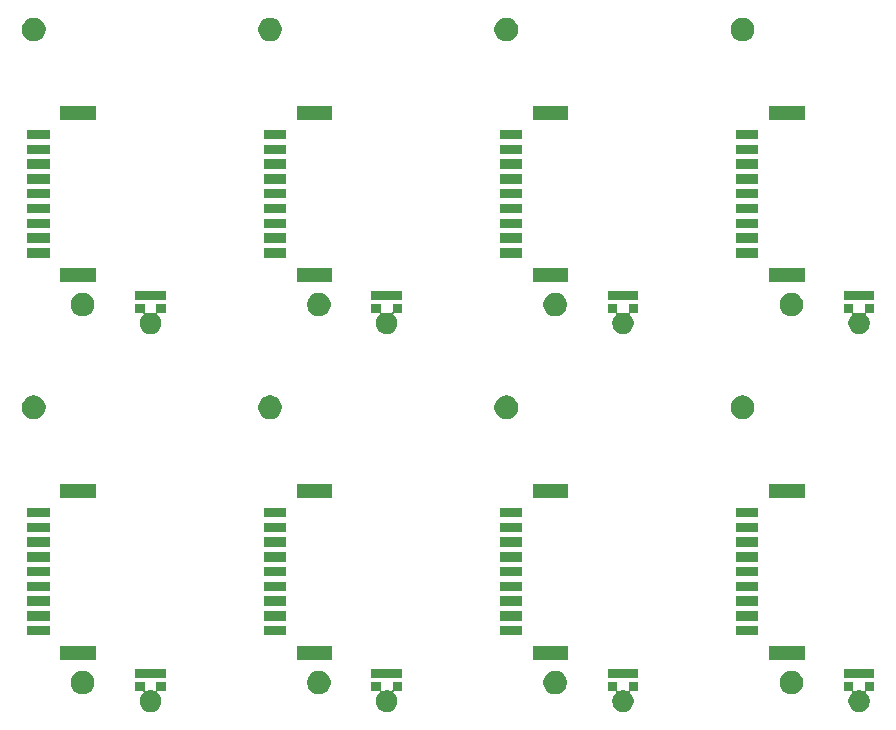
<source format=gbr>
G04 #@! TF.GenerationSoftware,KiCad,Pcbnew,(5.1.0-rc1-113-g51cc783e7)*
G04 #@! TF.CreationDate,2019-03-14T17:18:50-04:00
G04 #@! TF.ProjectId,fk-naturalist-sensors,666b2d6e-6174-4757-9261-6c6973742d73,rev?*
G04 #@! TF.SameCoordinates,Original*
G04 #@! TF.FileFunction,Soldermask,Bot*
G04 #@! TF.FilePolarity,Negative*
%FSLAX46Y46*%
G04 Gerber Fmt 4.6, Leading zero omitted, Abs format (unit mm)*
G04 Created by KiCad (PCBNEW (5.1.0-rc1-113-g51cc783e7)) date 2019-03-14 17:18:50*
%MOMM*%
%LPD*%
G04 APERTURE LIST*
%ADD10C,0.100000*%
G04 APERTURE END LIST*
D10*
G36*
X41020234Y-87521003D02*
G01*
X41022636Y-87545389D01*
X41029749Y-87568838D01*
X41041300Y-87590449D01*
X41056845Y-87609391D01*
X41075787Y-87624936D01*
X41097398Y-87636487D01*
X41120847Y-87643600D01*
X41145233Y-87646002D01*
X41169619Y-87643600D01*
X41193068Y-87636487D01*
X41254213Y-87611160D01*
X41430408Y-87576113D01*
X41610060Y-87576113D01*
X41786255Y-87611160D01*
X41847400Y-87636487D01*
X41870849Y-87643600D01*
X41895236Y-87646002D01*
X41919622Y-87643600D01*
X41943071Y-87636487D01*
X41964681Y-87624936D01*
X41983623Y-87609390D01*
X41999168Y-87590448D01*
X42010719Y-87568838D01*
X42017832Y-87545389D01*
X42020234Y-87521003D01*
X42020234Y-86875113D01*
X42820234Y-86875113D01*
X42820234Y-87597113D01*
X42220772Y-87597113D01*
X42196386Y-87599515D01*
X42172937Y-87606628D01*
X42151326Y-87618179D01*
X42132384Y-87633724D01*
X42116839Y-87652666D01*
X42105288Y-87674277D01*
X42098175Y-87697726D01*
X42095773Y-87722112D01*
X42098175Y-87746498D01*
X42105288Y-87769947D01*
X42116839Y-87791558D01*
X42132384Y-87810500D01*
X42228631Y-87906747D01*
X42328438Y-88056119D01*
X42397187Y-88222092D01*
X42432234Y-88398289D01*
X42432234Y-88577937D01*
X42397187Y-88754134D01*
X42328438Y-88920107D01*
X42228631Y-89069479D01*
X42101600Y-89196510D01*
X41952228Y-89296317D01*
X41786255Y-89365066D01*
X41727523Y-89376748D01*
X41610060Y-89400113D01*
X41430408Y-89400113D01*
X41312945Y-89376748D01*
X41254213Y-89365066D01*
X41088240Y-89296317D01*
X40938868Y-89196510D01*
X40811837Y-89069479D01*
X40712030Y-88920107D01*
X40643281Y-88754134D01*
X40608234Y-88577937D01*
X40608234Y-88398289D01*
X40643281Y-88222092D01*
X40712030Y-88056119D01*
X40811837Y-87906747D01*
X40908084Y-87810500D01*
X40923629Y-87791558D01*
X40935180Y-87769947D01*
X40942293Y-87746498D01*
X40944695Y-87722112D01*
X40942293Y-87697726D01*
X40935180Y-87674277D01*
X40923629Y-87652666D01*
X40908084Y-87633724D01*
X40889142Y-87618179D01*
X40867531Y-87606628D01*
X40844082Y-87599515D01*
X40819696Y-87597113D01*
X40220234Y-87597113D01*
X40220234Y-86875113D01*
X41020234Y-86875113D01*
X41020234Y-87521003D01*
X41020234Y-87521003D01*
G37*
G36*
X101020234Y-87521003D02*
G01*
X101022636Y-87545389D01*
X101029749Y-87568838D01*
X101041300Y-87590449D01*
X101056845Y-87609391D01*
X101075787Y-87624936D01*
X101097398Y-87636487D01*
X101120847Y-87643600D01*
X101145233Y-87646002D01*
X101169619Y-87643600D01*
X101193068Y-87636487D01*
X101254213Y-87611160D01*
X101430408Y-87576113D01*
X101610060Y-87576113D01*
X101786255Y-87611160D01*
X101847400Y-87636487D01*
X101870849Y-87643600D01*
X101895236Y-87646002D01*
X101919622Y-87643600D01*
X101943071Y-87636487D01*
X101964681Y-87624936D01*
X101983623Y-87609390D01*
X101999168Y-87590448D01*
X102010719Y-87568838D01*
X102017832Y-87545389D01*
X102020234Y-87521003D01*
X102020234Y-86875113D01*
X102820234Y-86875113D01*
X102820234Y-87597113D01*
X102220772Y-87597113D01*
X102196386Y-87599515D01*
X102172937Y-87606628D01*
X102151326Y-87618179D01*
X102132384Y-87633724D01*
X102116839Y-87652666D01*
X102105288Y-87674277D01*
X102098175Y-87697726D01*
X102095773Y-87722112D01*
X102098175Y-87746498D01*
X102105288Y-87769947D01*
X102116839Y-87791558D01*
X102132384Y-87810500D01*
X102228631Y-87906747D01*
X102328438Y-88056119D01*
X102397187Y-88222092D01*
X102432234Y-88398289D01*
X102432234Y-88577937D01*
X102397187Y-88754134D01*
X102328438Y-88920107D01*
X102228631Y-89069479D01*
X102101600Y-89196510D01*
X101952228Y-89296317D01*
X101786255Y-89365066D01*
X101727523Y-89376748D01*
X101610060Y-89400113D01*
X101430408Y-89400113D01*
X101312945Y-89376748D01*
X101254213Y-89365066D01*
X101088240Y-89296317D01*
X100938868Y-89196510D01*
X100811837Y-89069479D01*
X100712030Y-88920107D01*
X100643281Y-88754134D01*
X100608234Y-88577937D01*
X100608234Y-88398289D01*
X100643281Y-88222092D01*
X100712030Y-88056119D01*
X100811837Y-87906747D01*
X100908084Y-87810500D01*
X100923629Y-87791558D01*
X100935180Y-87769947D01*
X100942293Y-87746498D01*
X100944695Y-87722112D01*
X100942293Y-87697726D01*
X100935180Y-87674277D01*
X100923629Y-87652666D01*
X100908084Y-87633724D01*
X100889142Y-87618179D01*
X100867531Y-87606628D01*
X100844082Y-87599515D01*
X100819696Y-87597113D01*
X100220234Y-87597113D01*
X100220234Y-86875113D01*
X101020234Y-86875113D01*
X101020234Y-87521003D01*
X101020234Y-87521003D01*
G37*
G36*
X81020234Y-87521003D02*
G01*
X81022636Y-87545389D01*
X81029749Y-87568838D01*
X81041300Y-87590449D01*
X81056845Y-87609391D01*
X81075787Y-87624936D01*
X81097398Y-87636487D01*
X81120847Y-87643600D01*
X81145233Y-87646002D01*
X81169619Y-87643600D01*
X81193068Y-87636487D01*
X81254213Y-87611160D01*
X81430408Y-87576113D01*
X81610060Y-87576113D01*
X81786255Y-87611160D01*
X81847400Y-87636487D01*
X81870849Y-87643600D01*
X81895236Y-87646002D01*
X81919622Y-87643600D01*
X81943071Y-87636487D01*
X81964681Y-87624936D01*
X81983623Y-87609390D01*
X81999168Y-87590448D01*
X82010719Y-87568838D01*
X82017832Y-87545389D01*
X82020234Y-87521003D01*
X82020234Y-86875113D01*
X82820234Y-86875113D01*
X82820234Y-87597113D01*
X82220772Y-87597113D01*
X82196386Y-87599515D01*
X82172937Y-87606628D01*
X82151326Y-87618179D01*
X82132384Y-87633724D01*
X82116839Y-87652666D01*
X82105288Y-87674277D01*
X82098175Y-87697726D01*
X82095773Y-87722112D01*
X82098175Y-87746498D01*
X82105288Y-87769947D01*
X82116839Y-87791558D01*
X82132384Y-87810500D01*
X82228631Y-87906747D01*
X82328438Y-88056119D01*
X82397187Y-88222092D01*
X82432234Y-88398289D01*
X82432234Y-88577937D01*
X82397187Y-88754134D01*
X82328438Y-88920107D01*
X82228631Y-89069479D01*
X82101600Y-89196510D01*
X81952228Y-89296317D01*
X81786255Y-89365066D01*
X81727523Y-89376748D01*
X81610060Y-89400113D01*
X81430408Y-89400113D01*
X81312945Y-89376748D01*
X81254213Y-89365066D01*
X81088240Y-89296317D01*
X80938868Y-89196510D01*
X80811837Y-89069479D01*
X80712030Y-88920107D01*
X80643281Y-88754134D01*
X80608234Y-88577937D01*
X80608234Y-88398289D01*
X80643281Y-88222092D01*
X80712030Y-88056119D01*
X80811837Y-87906747D01*
X80908084Y-87810500D01*
X80923629Y-87791558D01*
X80935180Y-87769947D01*
X80942293Y-87746498D01*
X80944695Y-87722112D01*
X80942293Y-87697726D01*
X80935180Y-87674277D01*
X80923629Y-87652666D01*
X80908084Y-87633724D01*
X80889142Y-87618179D01*
X80867531Y-87606628D01*
X80844082Y-87599515D01*
X80819696Y-87597113D01*
X80220234Y-87597113D01*
X80220234Y-86875113D01*
X81020234Y-86875113D01*
X81020234Y-87521003D01*
X81020234Y-87521003D01*
G37*
G36*
X61020234Y-87521003D02*
G01*
X61022636Y-87545389D01*
X61029749Y-87568838D01*
X61041300Y-87590449D01*
X61056845Y-87609391D01*
X61075787Y-87624936D01*
X61097398Y-87636487D01*
X61120847Y-87643600D01*
X61145233Y-87646002D01*
X61169619Y-87643600D01*
X61193068Y-87636487D01*
X61254213Y-87611160D01*
X61430408Y-87576113D01*
X61610060Y-87576113D01*
X61786255Y-87611160D01*
X61847400Y-87636487D01*
X61870849Y-87643600D01*
X61895236Y-87646002D01*
X61919622Y-87643600D01*
X61943071Y-87636487D01*
X61964681Y-87624936D01*
X61983623Y-87609390D01*
X61999168Y-87590448D01*
X62010719Y-87568838D01*
X62017832Y-87545389D01*
X62020234Y-87521003D01*
X62020234Y-86875113D01*
X62820234Y-86875113D01*
X62820234Y-87597113D01*
X62220772Y-87597113D01*
X62196386Y-87599515D01*
X62172937Y-87606628D01*
X62151326Y-87618179D01*
X62132384Y-87633724D01*
X62116839Y-87652666D01*
X62105288Y-87674277D01*
X62098175Y-87697726D01*
X62095773Y-87722112D01*
X62098175Y-87746498D01*
X62105288Y-87769947D01*
X62116839Y-87791558D01*
X62132384Y-87810500D01*
X62228631Y-87906747D01*
X62328438Y-88056119D01*
X62397187Y-88222092D01*
X62432234Y-88398289D01*
X62432234Y-88577937D01*
X62397187Y-88754134D01*
X62328438Y-88920107D01*
X62228631Y-89069479D01*
X62101600Y-89196510D01*
X61952228Y-89296317D01*
X61786255Y-89365066D01*
X61727523Y-89376748D01*
X61610060Y-89400113D01*
X61430408Y-89400113D01*
X61312945Y-89376748D01*
X61254213Y-89365066D01*
X61088240Y-89296317D01*
X60938868Y-89196510D01*
X60811837Y-89069479D01*
X60712030Y-88920107D01*
X60643281Y-88754134D01*
X60608234Y-88577937D01*
X60608234Y-88398289D01*
X60643281Y-88222092D01*
X60712030Y-88056119D01*
X60811837Y-87906747D01*
X60908084Y-87810500D01*
X60923629Y-87791558D01*
X60935180Y-87769947D01*
X60942293Y-87746498D01*
X60944695Y-87722112D01*
X60942293Y-87697726D01*
X60935180Y-87674277D01*
X60923629Y-87652666D01*
X60908084Y-87633724D01*
X60889142Y-87618179D01*
X60867531Y-87606628D01*
X60844082Y-87599515D01*
X60819696Y-87597113D01*
X60220234Y-87597113D01*
X60220234Y-86875113D01*
X61020234Y-86875113D01*
X61020234Y-87521003D01*
X61020234Y-87521003D01*
G37*
G36*
X96007890Y-85917419D02*
G01*
X96072289Y-85930229D01*
X96254278Y-86005611D01*
X96418063Y-86115049D01*
X96557351Y-86254337D01*
X96666789Y-86418122D01*
X96742171Y-86600111D01*
X96780600Y-86793309D01*
X96780600Y-86990291D01*
X96742171Y-87183489D01*
X96666789Y-87365478D01*
X96557351Y-87529263D01*
X96418063Y-87668551D01*
X96254278Y-87777989D01*
X96072289Y-87853371D01*
X96007890Y-87866181D01*
X95879093Y-87891800D01*
X95682107Y-87891800D01*
X95553310Y-87866181D01*
X95488911Y-87853371D01*
X95306922Y-87777989D01*
X95143137Y-87668551D01*
X95003849Y-87529263D01*
X94894411Y-87365478D01*
X94819029Y-87183489D01*
X94780600Y-86990291D01*
X94780600Y-86793309D01*
X94819029Y-86600111D01*
X94894411Y-86418122D01*
X95003849Y-86254337D01*
X95143137Y-86115049D01*
X95306922Y-86005611D01*
X95488911Y-85930229D01*
X95553310Y-85917419D01*
X95682107Y-85891800D01*
X95879093Y-85891800D01*
X96007890Y-85917419D01*
X96007890Y-85917419D01*
G37*
G36*
X76007890Y-85917419D02*
G01*
X76072289Y-85930229D01*
X76254278Y-86005611D01*
X76418063Y-86115049D01*
X76557351Y-86254337D01*
X76666789Y-86418122D01*
X76742171Y-86600111D01*
X76780600Y-86793309D01*
X76780600Y-86990291D01*
X76742171Y-87183489D01*
X76666789Y-87365478D01*
X76557351Y-87529263D01*
X76418063Y-87668551D01*
X76254278Y-87777989D01*
X76072289Y-87853371D01*
X76007890Y-87866181D01*
X75879093Y-87891800D01*
X75682107Y-87891800D01*
X75553310Y-87866181D01*
X75488911Y-87853371D01*
X75306922Y-87777989D01*
X75143137Y-87668551D01*
X75003849Y-87529263D01*
X74894411Y-87365478D01*
X74819029Y-87183489D01*
X74780600Y-86990291D01*
X74780600Y-86793309D01*
X74819029Y-86600111D01*
X74894411Y-86418122D01*
X75003849Y-86254337D01*
X75143137Y-86115049D01*
X75306922Y-86005611D01*
X75488911Y-85930229D01*
X75553310Y-85917419D01*
X75682107Y-85891800D01*
X75879093Y-85891800D01*
X76007890Y-85917419D01*
X76007890Y-85917419D01*
G37*
G36*
X56007890Y-85917419D02*
G01*
X56072289Y-85930229D01*
X56254278Y-86005611D01*
X56418063Y-86115049D01*
X56557351Y-86254337D01*
X56666789Y-86418122D01*
X56742171Y-86600111D01*
X56780600Y-86793309D01*
X56780600Y-86990291D01*
X56742171Y-87183489D01*
X56666789Y-87365478D01*
X56557351Y-87529263D01*
X56418063Y-87668551D01*
X56254278Y-87777989D01*
X56072289Y-87853371D01*
X56007890Y-87866181D01*
X55879093Y-87891800D01*
X55682107Y-87891800D01*
X55553310Y-87866181D01*
X55488911Y-87853371D01*
X55306922Y-87777989D01*
X55143137Y-87668551D01*
X55003849Y-87529263D01*
X54894411Y-87365478D01*
X54819029Y-87183489D01*
X54780600Y-86990291D01*
X54780600Y-86793309D01*
X54819029Y-86600111D01*
X54894411Y-86418122D01*
X55003849Y-86254337D01*
X55143137Y-86115049D01*
X55306922Y-86005611D01*
X55488911Y-85930229D01*
X55553310Y-85917419D01*
X55682107Y-85891800D01*
X55879093Y-85891800D01*
X56007890Y-85917419D01*
X56007890Y-85917419D01*
G37*
G36*
X36007890Y-85917419D02*
G01*
X36072289Y-85930229D01*
X36254278Y-86005611D01*
X36418063Y-86115049D01*
X36557351Y-86254337D01*
X36666789Y-86418122D01*
X36742171Y-86600111D01*
X36780600Y-86793309D01*
X36780600Y-86990291D01*
X36742171Y-87183489D01*
X36666789Y-87365478D01*
X36557351Y-87529263D01*
X36418063Y-87668551D01*
X36254278Y-87777989D01*
X36072289Y-87853371D01*
X36007890Y-87866181D01*
X35879093Y-87891800D01*
X35682107Y-87891800D01*
X35553310Y-87866181D01*
X35488911Y-87853371D01*
X35306922Y-87777989D01*
X35143137Y-87668551D01*
X35003849Y-87529263D01*
X34894411Y-87365478D01*
X34819029Y-87183489D01*
X34780600Y-86990291D01*
X34780600Y-86793309D01*
X34819029Y-86600111D01*
X34894411Y-86418122D01*
X35003849Y-86254337D01*
X35143137Y-86115049D01*
X35306922Y-86005611D01*
X35488911Y-85930229D01*
X35553310Y-85917419D01*
X35682107Y-85891800D01*
X35879093Y-85891800D01*
X36007890Y-85917419D01*
X36007890Y-85917419D01*
G37*
G36*
X82820234Y-86514113D02*
G01*
X80220234Y-86514113D01*
X80220234Y-85792113D01*
X82820234Y-85792113D01*
X82820234Y-86514113D01*
X82820234Y-86514113D01*
G37*
G36*
X42820234Y-86514113D02*
G01*
X40220234Y-86514113D01*
X40220234Y-85792113D01*
X42820234Y-85792113D01*
X42820234Y-86514113D01*
X42820234Y-86514113D01*
G37*
G36*
X62820234Y-86514113D02*
G01*
X60220234Y-86514113D01*
X60220234Y-85792113D01*
X62820234Y-85792113D01*
X62820234Y-86514113D01*
X62820234Y-86514113D01*
G37*
G36*
X102820234Y-86514113D02*
G01*
X100220234Y-86514113D01*
X100220234Y-85792113D01*
X102820234Y-85792113D01*
X102820234Y-86514113D01*
X102820234Y-86514113D01*
G37*
G36*
X36900000Y-84969200D02*
G01*
X33900000Y-84969200D01*
X33900000Y-83769200D01*
X36900000Y-83769200D01*
X36900000Y-84969200D01*
X36900000Y-84969200D01*
G37*
G36*
X56900000Y-84969200D02*
G01*
X53900000Y-84969200D01*
X53900000Y-83769200D01*
X56900000Y-83769200D01*
X56900000Y-84969200D01*
X56900000Y-84969200D01*
G37*
G36*
X76900000Y-84969200D02*
G01*
X73900000Y-84969200D01*
X73900000Y-83769200D01*
X76900000Y-83769200D01*
X76900000Y-84969200D01*
X76900000Y-84969200D01*
G37*
G36*
X96900000Y-84969200D02*
G01*
X93900000Y-84969200D01*
X93900000Y-83769200D01*
X96900000Y-83769200D01*
X96900000Y-84969200D01*
X96900000Y-84969200D01*
G37*
G36*
X53000000Y-82919200D02*
G01*
X51100000Y-82919200D01*
X51100000Y-82119200D01*
X53000000Y-82119200D01*
X53000000Y-82919200D01*
X53000000Y-82919200D01*
G37*
G36*
X93000000Y-82919200D02*
G01*
X91100000Y-82919200D01*
X91100000Y-82119200D01*
X93000000Y-82119200D01*
X93000000Y-82919200D01*
X93000000Y-82919200D01*
G37*
G36*
X73000000Y-82919200D02*
G01*
X71100000Y-82919200D01*
X71100000Y-82119200D01*
X73000000Y-82119200D01*
X73000000Y-82919200D01*
X73000000Y-82919200D01*
G37*
G36*
X33000000Y-82919200D02*
G01*
X31100000Y-82919200D01*
X31100000Y-82119200D01*
X33000000Y-82119200D01*
X33000000Y-82919200D01*
X33000000Y-82919200D01*
G37*
G36*
X33000000Y-81669200D02*
G01*
X31100000Y-81669200D01*
X31100000Y-80869200D01*
X33000000Y-80869200D01*
X33000000Y-81669200D01*
X33000000Y-81669200D01*
G37*
G36*
X93000000Y-81669200D02*
G01*
X91100000Y-81669200D01*
X91100000Y-80869200D01*
X93000000Y-80869200D01*
X93000000Y-81669200D01*
X93000000Y-81669200D01*
G37*
G36*
X73000000Y-81669200D02*
G01*
X71100000Y-81669200D01*
X71100000Y-80869200D01*
X73000000Y-80869200D01*
X73000000Y-81669200D01*
X73000000Y-81669200D01*
G37*
G36*
X53000000Y-81669200D02*
G01*
X51100000Y-81669200D01*
X51100000Y-80869200D01*
X53000000Y-80869200D01*
X53000000Y-81669200D01*
X53000000Y-81669200D01*
G37*
G36*
X93000000Y-80419200D02*
G01*
X91100000Y-80419200D01*
X91100000Y-79619200D01*
X93000000Y-79619200D01*
X93000000Y-80419200D01*
X93000000Y-80419200D01*
G37*
G36*
X33000000Y-80419200D02*
G01*
X31100000Y-80419200D01*
X31100000Y-79619200D01*
X33000000Y-79619200D01*
X33000000Y-80419200D01*
X33000000Y-80419200D01*
G37*
G36*
X73000000Y-80419200D02*
G01*
X71100000Y-80419200D01*
X71100000Y-79619200D01*
X73000000Y-79619200D01*
X73000000Y-80419200D01*
X73000000Y-80419200D01*
G37*
G36*
X53000000Y-80419200D02*
G01*
X51100000Y-80419200D01*
X51100000Y-79619200D01*
X53000000Y-79619200D01*
X53000000Y-80419200D01*
X53000000Y-80419200D01*
G37*
G36*
X73000000Y-79169200D02*
G01*
X71100000Y-79169200D01*
X71100000Y-78369200D01*
X73000000Y-78369200D01*
X73000000Y-79169200D01*
X73000000Y-79169200D01*
G37*
G36*
X33000000Y-79169200D02*
G01*
X31100000Y-79169200D01*
X31100000Y-78369200D01*
X33000000Y-78369200D01*
X33000000Y-79169200D01*
X33000000Y-79169200D01*
G37*
G36*
X53000000Y-79169200D02*
G01*
X51100000Y-79169200D01*
X51100000Y-78369200D01*
X53000000Y-78369200D01*
X53000000Y-79169200D01*
X53000000Y-79169200D01*
G37*
G36*
X93000000Y-79169200D02*
G01*
X91100000Y-79169200D01*
X91100000Y-78369200D01*
X93000000Y-78369200D01*
X93000000Y-79169200D01*
X93000000Y-79169200D01*
G37*
G36*
X73000000Y-77919200D02*
G01*
X71100000Y-77919200D01*
X71100000Y-77119200D01*
X73000000Y-77119200D01*
X73000000Y-77919200D01*
X73000000Y-77919200D01*
G37*
G36*
X33000000Y-77919200D02*
G01*
X31100000Y-77919200D01*
X31100000Y-77119200D01*
X33000000Y-77119200D01*
X33000000Y-77919200D01*
X33000000Y-77919200D01*
G37*
G36*
X53000000Y-77919200D02*
G01*
X51100000Y-77919200D01*
X51100000Y-77119200D01*
X53000000Y-77119200D01*
X53000000Y-77919200D01*
X53000000Y-77919200D01*
G37*
G36*
X93000000Y-77919200D02*
G01*
X91100000Y-77919200D01*
X91100000Y-77119200D01*
X93000000Y-77119200D01*
X93000000Y-77919200D01*
X93000000Y-77919200D01*
G37*
G36*
X73000000Y-76669200D02*
G01*
X71100000Y-76669200D01*
X71100000Y-75869200D01*
X73000000Y-75869200D01*
X73000000Y-76669200D01*
X73000000Y-76669200D01*
G37*
G36*
X53000000Y-76669200D02*
G01*
X51100000Y-76669200D01*
X51100000Y-75869200D01*
X53000000Y-75869200D01*
X53000000Y-76669200D01*
X53000000Y-76669200D01*
G37*
G36*
X33000000Y-76669200D02*
G01*
X31100000Y-76669200D01*
X31100000Y-75869200D01*
X33000000Y-75869200D01*
X33000000Y-76669200D01*
X33000000Y-76669200D01*
G37*
G36*
X93000000Y-76669200D02*
G01*
X91100000Y-76669200D01*
X91100000Y-75869200D01*
X93000000Y-75869200D01*
X93000000Y-76669200D01*
X93000000Y-76669200D01*
G37*
G36*
X93000000Y-75419200D02*
G01*
X91100000Y-75419200D01*
X91100000Y-74619200D01*
X93000000Y-74619200D01*
X93000000Y-75419200D01*
X93000000Y-75419200D01*
G37*
G36*
X73000000Y-75419200D02*
G01*
X71100000Y-75419200D01*
X71100000Y-74619200D01*
X73000000Y-74619200D01*
X73000000Y-75419200D01*
X73000000Y-75419200D01*
G37*
G36*
X53000000Y-75419200D02*
G01*
X51100000Y-75419200D01*
X51100000Y-74619200D01*
X53000000Y-74619200D01*
X53000000Y-75419200D01*
X53000000Y-75419200D01*
G37*
G36*
X33000000Y-75419200D02*
G01*
X31100000Y-75419200D01*
X31100000Y-74619200D01*
X33000000Y-74619200D01*
X33000000Y-75419200D01*
X33000000Y-75419200D01*
G37*
G36*
X93000000Y-74169200D02*
G01*
X91100000Y-74169200D01*
X91100000Y-73369200D01*
X93000000Y-73369200D01*
X93000000Y-74169200D01*
X93000000Y-74169200D01*
G37*
G36*
X73000000Y-74169200D02*
G01*
X71100000Y-74169200D01*
X71100000Y-73369200D01*
X73000000Y-73369200D01*
X73000000Y-74169200D01*
X73000000Y-74169200D01*
G37*
G36*
X53000000Y-74169200D02*
G01*
X51100000Y-74169200D01*
X51100000Y-73369200D01*
X53000000Y-73369200D01*
X53000000Y-74169200D01*
X53000000Y-74169200D01*
G37*
G36*
X33000000Y-74169200D02*
G01*
X31100000Y-74169200D01*
X31100000Y-73369200D01*
X33000000Y-73369200D01*
X33000000Y-74169200D01*
X33000000Y-74169200D01*
G37*
G36*
X73000000Y-72919200D02*
G01*
X71100000Y-72919200D01*
X71100000Y-72119200D01*
X73000000Y-72119200D01*
X73000000Y-72919200D01*
X73000000Y-72919200D01*
G37*
G36*
X33000000Y-72919200D02*
G01*
X31100000Y-72919200D01*
X31100000Y-72119200D01*
X33000000Y-72119200D01*
X33000000Y-72919200D01*
X33000000Y-72919200D01*
G37*
G36*
X53000000Y-72919200D02*
G01*
X51100000Y-72919200D01*
X51100000Y-72119200D01*
X53000000Y-72119200D01*
X53000000Y-72919200D01*
X53000000Y-72919200D01*
G37*
G36*
X93000000Y-72919200D02*
G01*
X91100000Y-72919200D01*
X91100000Y-72119200D01*
X93000000Y-72119200D01*
X93000000Y-72919200D01*
X93000000Y-72919200D01*
G37*
G36*
X76900000Y-71269200D02*
G01*
X73900000Y-71269200D01*
X73900000Y-70069200D01*
X76900000Y-70069200D01*
X76900000Y-71269200D01*
X76900000Y-71269200D01*
G37*
G36*
X56900000Y-71269200D02*
G01*
X53900000Y-71269200D01*
X53900000Y-70069200D01*
X56900000Y-70069200D01*
X56900000Y-71269200D01*
X56900000Y-71269200D01*
G37*
G36*
X96900000Y-71269200D02*
G01*
X93900000Y-71269200D01*
X93900000Y-70069200D01*
X96900000Y-70069200D01*
X96900000Y-71269200D01*
X96900000Y-71269200D01*
G37*
G36*
X36900000Y-71269200D02*
G01*
X33900000Y-71269200D01*
X33900000Y-70069200D01*
X36900000Y-70069200D01*
X36900000Y-71269200D01*
X36900000Y-71269200D01*
G37*
G36*
X91867690Y-62625619D02*
G01*
X91932089Y-62638429D01*
X92114078Y-62713811D01*
X92277863Y-62823249D01*
X92417151Y-62962537D01*
X92526589Y-63126322D01*
X92601971Y-63308311D01*
X92640400Y-63501509D01*
X92640400Y-63698491D01*
X92601971Y-63891689D01*
X92526589Y-64073678D01*
X92417151Y-64237463D01*
X92277863Y-64376751D01*
X92114078Y-64486189D01*
X91932089Y-64561571D01*
X91867690Y-64574381D01*
X91738893Y-64600000D01*
X91541907Y-64600000D01*
X91413110Y-64574381D01*
X91348711Y-64561571D01*
X91166722Y-64486189D01*
X91002937Y-64376751D01*
X90863649Y-64237463D01*
X90754211Y-64073678D01*
X90678829Y-63891689D01*
X90640400Y-63698491D01*
X90640400Y-63501509D01*
X90678829Y-63308311D01*
X90754211Y-63126322D01*
X90863649Y-62962537D01*
X91002937Y-62823249D01*
X91166722Y-62713811D01*
X91348711Y-62638429D01*
X91413110Y-62625619D01*
X91541907Y-62600000D01*
X91738893Y-62600000D01*
X91867690Y-62625619D01*
X91867690Y-62625619D01*
G37*
G36*
X71867690Y-62625619D02*
G01*
X71932089Y-62638429D01*
X72114078Y-62713811D01*
X72277863Y-62823249D01*
X72417151Y-62962537D01*
X72526589Y-63126322D01*
X72601971Y-63308311D01*
X72640400Y-63501509D01*
X72640400Y-63698491D01*
X72601971Y-63891689D01*
X72526589Y-64073678D01*
X72417151Y-64237463D01*
X72277863Y-64376751D01*
X72114078Y-64486189D01*
X71932089Y-64561571D01*
X71867690Y-64574381D01*
X71738893Y-64600000D01*
X71541907Y-64600000D01*
X71413110Y-64574381D01*
X71348711Y-64561571D01*
X71166722Y-64486189D01*
X71002937Y-64376751D01*
X70863649Y-64237463D01*
X70754211Y-64073678D01*
X70678829Y-63891689D01*
X70640400Y-63698491D01*
X70640400Y-63501509D01*
X70678829Y-63308311D01*
X70754211Y-63126322D01*
X70863649Y-62962537D01*
X71002937Y-62823249D01*
X71166722Y-62713811D01*
X71348711Y-62638429D01*
X71413110Y-62625619D01*
X71541907Y-62600000D01*
X71738893Y-62600000D01*
X71867690Y-62625619D01*
X71867690Y-62625619D01*
G37*
G36*
X51867690Y-62625619D02*
G01*
X51932089Y-62638429D01*
X52114078Y-62713811D01*
X52277863Y-62823249D01*
X52417151Y-62962537D01*
X52526589Y-63126322D01*
X52601971Y-63308311D01*
X52640400Y-63501509D01*
X52640400Y-63698491D01*
X52601971Y-63891689D01*
X52526589Y-64073678D01*
X52417151Y-64237463D01*
X52277863Y-64376751D01*
X52114078Y-64486189D01*
X51932089Y-64561571D01*
X51867690Y-64574381D01*
X51738893Y-64600000D01*
X51541907Y-64600000D01*
X51413110Y-64574381D01*
X51348711Y-64561571D01*
X51166722Y-64486189D01*
X51002937Y-64376751D01*
X50863649Y-64237463D01*
X50754211Y-64073678D01*
X50678829Y-63891689D01*
X50640400Y-63698491D01*
X50640400Y-63501509D01*
X50678829Y-63308311D01*
X50754211Y-63126322D01*
X50863649Y-62962537D01*
X51002937Y-62823249D01*
X51166722Y-62713811D01*
X51348711Y-62638429D01*
X51413110Y-62625619D01*
X51541907Y-62600000D01*
X51738893Y-62600000D01*
X51867690Y-62625619D01*
X51867690Y-62625619D01*
G37*
G36*
X31867690Y-62625619D02*
G01*
X31932089Y-62638429D01*
X32114078Y-62713811D01*
X32277863Y-62823249D01*
X32417151Y-62962537D01*
X32526589Y-63126322D01*
X32601971Y-63308311D01*
X32640400Y-63501509D01*
X32640400Y-63698491D01*
X32601971Y-63891689D01*
X32526589Y-64073678D01*
X32417151Y-64237463D01*
X32277863Y-64376751D01*
X32114078Y-64486189D01*
X31932089Y-64561571D01*
X31867690Y-64574381D01*
X31738893Y-64600000D01*
X31541907Y-64600000D01*
X31413110Y-64574381D01*
X31348711Y-64561571D01*
X31166722Y-64486189D01*
X31002937Y-64376751D01*
X30863649Y-64237463D01*
X30754211Y-64073678D01*
X30678829Y-63891689D01*
X30640400Y-63698491D01*
X30640400Y-63501509D01*
X30678829Y-63308311D01*
X30754211Y-63126322D01*
X30863649Y-62962537D01*
X31002937Y-62823249D01*
X31166722Y-62713811D01*
X31348711Y-62638429D01*
X31413110Y-62625619D01*
X31541907Y-62600000D01*
X31738893Y-62600000D01*
X31867690Y-62625619D01*
X31867690Y-62625619D01*
G37*
G36*
X81020234Y-55521003D02*
G01*
X81022636Y-55545389D01*
X81029749Y-55568838D01*
X81041300Y-55590449D01*
X81056845Y-55609391D01*
X81075787Y-55624936D01*
X81097398Y-55636487D01*
X81120847Y-55643600D01*
X81145233Y-55646002D01*
X81169619Y-55643600D01*
X81193068Y-55636487D01*
X81254213Y-55611160D01*
X81430408Y-55576113D01*
X81610060Y-55576113D01*
X81786255Y-55611160D01*
X81847400Y-55636487D01*
X81870849Y-55643600D01*
X81895236Y-55646002D01*
X81919622Y-55643600D01*
X81943071Y-55636487D01*
X81964681Y-55624936D01*
X81983623Y-55609390D01*
X81999168Y-55590448D01*
X82010719Y-55568838D01*
X82017832Y-55545389D01*
X82020234Y-55521003D01*
X82020234Y-54875113D01*
X82820234Y-54875113D01*
X82820234Y-55597113D01*
X82220772Y-55597113D01*
X82196386Y-55599515D01*
X82172937Y-55606628D01*
X82151326Y-55618179D01*
X82132384Y-55633724D01*
X82116839Y-55652666D01*
X82105288Y-55674277D01*
X82098175Y-55697726D01*
X82095773Y-55722112D01*
X82098175Y-55746498D01*
X82105288Y-55769947D01*
X82116839Y-55791558D01*
X82132384Y-55810500D01*
X82228631Y-55906747D01*
X82328438Y-56056119D01*
X82397187Y-56222092D01*
X82432234Y-56398289D01*
X82432234Y-56577937D01*
X82397187Y-56754134D01*
X82328438Y-56920107D01*
X82228631Y-57069479D01*
X82101600Y-57196510D01*
X81952228Y-57296317D01*
X81786255Y-57365066D01*
X81727523Y-57376748D01*
X81610060Y-57400113D01*
X81430408Y-57400113D01*
X81312945Y-57376748D01*
X81254213Y-57365066D01*
X81088240Y-57296317D01*
X80938868Y-57196510D01*
X80811837Y-57069479D01*
X80712030Y-56920107D01*
X80643281Y-56754134D01*
X80608234Y-56577937D01*
X80608234Y-56398289D01*
X80643281Y-56222092D01*
X80712030Y-56056119D01*
X80811837Y-55906747D01*
X80908084Y-55810500D01*
X80923629Y-55791558D01*
X80935180Y-55769947D01*
X80942293Y-55746498D01*
X80944695Y-55722112D01*
X80942293Y-55697726D01*
X80935180Y-55674277D01*
X80923629Y-55652666D01*
X80908084Y-55633724D01*
X80889142Y-55618179D01*
X80867531Y-55606628D01*
X80844082Y-55599515D01*
X80819696Y-55597113D01*
X80220234Y-55597113D01*
X80220234Y-54875113D01*
X81020234Y-54875113D01*
X81020234Y-55521003D01*
X81020234Y-55521003D01*
G37*
G36*
X41020234Y-55521003D02*
G01*
X41022636Y-55545389D01*
X41029749Y-55568838D01*
X41041300Y-55590449D01*
X41056845Y-55609391D01*
X41075787Y-55624936D01*
X41097398Y-55636487D01*
X41120847Y-55643600D01*
X41145233Y-55646002D01*
X41169619Y-55643600D01*
X41193068Y-55636487D01*
X41254213Y-55611160D01*
X41430408Y-55576113D01*
X41610060Y-55576113D01*
X41786255Y-55611160D01*
X41847400Y-55636487D01*
X41870849Y-55643600D01*
X41895236Y-55646002D01*
X41919622Y-55643600D01*
X41943071Y-55636487D01*
X41964681Y-55624936D01*
X41983623Y-55609390D01*
X41999168Y-55590448D01*
X42010719Y-55568838D01*
X42017832Y-55545389D01*
X42020234Y-55521003D01*
X42020234Y-54875113D01*
X42820234Y-54875113D01*
X42820234Y-55597113D01*
X42220772Y-55597113D01*
X42196386Y-55599515D01*
X42172937Y-55606628D01*
X42151326Y-55618179D01*
X42132384Y-55633724D01*
X42116839Y-55652666D01*
X42105288Y-55674277D01*
X42098175Y-55697726D01*
X42095773Y-55722112D01*
X42098175Y-55746498D01*
X42105288Y-55769947D01*
X42116839Y-55791558D01*
X42132384Y-55810500D01*
X42228631Y-55906747D01*
X42328438Y-56056119D01*
X42397187Y-56222092D01*
X42432234Y-56398289D01*
X42432234Y-56577937D01*
X42397187Y-56754134D01*
X42328438Y-56920107D01*
X42228631Y-57069479D01*
X42101600Y-57196510D01*
X41952228Y-57296317D01*
X41786255Y-57365066D01*
X41727523Y-57376748D01*
X41610060Y-57400113D01*
X41430408Y-57400113D01*
X41312945Y-57376748D01*
X41254213Y-57365066D01*
X41088240Y-57296317D01*
X40938868Y-57196510D01*
X40811837Y-57069479D01*
X40712030Y-56920107D01*
X40643281Y-56754134D01*
X40608234Y-56577937D01*
X40608234Y-56398289D01*
X40643281Y-56222092D01*
X40712030Y-56056119D01*
X40811837Y-55906747D01*
X40908084Y-55810500D01*
X40923629Y-55791558D01*
X40935180Y-55769947D01*
X40942293Y-55746498D01*
X40944695Y-55722112D01*
X40942293Y-55697726D01*
X40935180Y-55674277D01*
X40923629Y-55652666D01*
X40908084Y-55633724D01*
X40889142Y-55618179D01*
X40867531Y-55606628D01*
X40844082Y-55599515D01*
X40819696Y-55597113D01*
X40220234Y-55597113D01*
X40220234Y-54875113D01*
X41020234Y-54875113D01*
X41020234Y-55521003D01*
X41020234Y-55521003D01*
G37*
G36*
X101020234Y-55521003D02*
G01*
X101022636Y-55545389D01*
X101029749Y-55568838D01*
X101041300Y-55590449D01*
X101056845Y-55609391D01*
X101075787Y-55624936D01*
X101097398Y-55636487D01*
X101120847Y-55643600D01*
X101145233Y-55646002D01*
X101169619Y-55643600D01*
X101193068Y-55636487D01*
X101254213Y-55611160D01*
X101430408Y-55576113D01*
X101610060Y-55576113D01*
X101786255Y-55611160D01*
X101847400Y-55636487D01*
X101870849Y-55643600D01*
X101895236Y-55646002D01*
X101919622Y-55643600D01*
X101943071Y-55636487D01*
X101964681Y-55624936D01*
X101983623Y-55609390D01*
X101999168Y-55590448D01*
X102010719Y-55568838D01*
X102017832Y-55545389D01*
X102020234Y-55521003D01*
X102020234Y-54875113D01*
X102820234Y-54875113D01*
X102820234Y-55597113D01*
X102220772Y-55597113D01*
X102196386Y-55599515D01*
X102172937Y-55606628D01*
X102151326Y-55618179D01*
X102132384Y-55633724D01*
X102116839Y-55652666D01*
X102105288Y-55674277D01*
X102098175Y-55697726D01*
X102095773Y-55722112D01*
X102098175Y-55746498D01*
X102105288Y-55769947D01*
X102116839Y-55791558D01*
X102132384Y-55810500D01*
X102228631Y-55906747D01*
X102328438Y-56056119D01*
X102397187Y-56222092D01*
X102432234Y-56398289D01*
X102432234Y-56577937D01*
X102397187Y-56754134D01*
X102328438Y-56920107D01*
X102228631Y-57069479D01*
X102101600Y-57196510D01*
X101952228Y-57296317D01*
X101786255Y-57365066D01*
X101727523Y-57376748D01*
X101610060Y-57400113D01*
X101430408Y-57400113D01*
X101312945Y-57376748D01*
X101254213Y-57365066D01*
X101088240Y-57296317D01*
X100938868Y-57196510D01*
X100811837Y-57069479D01*
X100712030Y-56920107D01*
X100643281Y-56754134D01*
X100608234Y-56577937D01*
X100608234Y-56398289D01*
X100643281Y-56222092D01*
X100712030Y-56056119D01*
X100811837Y-55906747D01*
X100908084Y-55810500D01*
X100923629Y-55791558D01*
X100935180Y-55769947D01*
X100942293Y-55746498D01*
X100944695Y-55722112D01*
X100942293Y-55697726D01*
X100935180Y-55674277D01*
X100923629Y-55652666D01*
X100908084Y-55633724D01*
X100889142Y-55618179D01*
X100867531Y-55606628D01*
X100844082Y-55599515D01*
X100819696Y-55597113D01*
X100220234Y-55597113D01*
X100220234Y-54875113D01*
X101020234Y-54875113D01*
X101020234Y-55521003D01*
X101020234Y-55521003D01*
G37*
G36*
X61020234Y-55521003D02*
G01*
X61022636Y-55545389D01*
X61029749Y-55568838D01*
X61041300Y-55590449D01*
X61056845Y-55609391D01*
X61075787Y-55624936D01*
X61097398Y-55636487D01*
X61120847Y-55643600D01*
X61145233Y-55646002D01*
X61169619Y-55643600D01*
X61193068Y-55636487D01*
X61254213Y-55611160D01*
X61430408Y-55576113D01*
X61610060Y-55576113D01*
X61786255Y-55611160D01*
X61847400Y-55636487D01*
X61870849Y-55643600D01*
X61895236Y-55646002D01*
X61919622Y-55643600D01*
X61943071Y-55636487D01*
X61964681Y-55624936D01*
X61983623Y-55609390D01*
X61999168Y-55590448D01*
X62010719Y-55568838D01*
X62017832Y-55545389D01*
X62020234Y-55521003D01*
X62020234Y-54875113D01*
X62820234Y-54875113D01*
X62820234Y-55597113D01*
X62220772Y-55597113D01*
X62196386Y-55599515D01*
X62172937Y-55606628D01*
X62151326Y-55618179D01*
X62132384Y-55633724D01*
X62116839Y-55652666D01*
X62105288Y-55674277D01*
X62098175Y-55697726D01*
X62095773Y-55722112D01*
X62098175Y-55746498D01*
X62105288Y-55769947D01*
X62116839Y-55791558D01*
X62132384Y-55810500D01*
X62228631Y-55906747D01*
X62328438Y-56056119D01*
X62397187Y-56222092D01*
X62432234Y-56398289D01*
X62432234Y-56577937D01*
X62397187Y-56754134D01*
X62328438Y-56920107D01*
X62228631Y-57069479D01*
X62101600Y-57196510D01*
X61952228Y-57296317D01*
X61786255Y-57365066D01*
X61727523Y-57376748D01*
X61610060Y-57400113D01*
X61430408Y-57400113D01*
X61312945Y-57376748D01*
X61254213Y-57365066D01*
X61088240Y-57296317D01*
X60938868Y-57196510D01*
X60811837Y-57069479D01*
X60712030Y-56920107D01*
X60643281Y-56754134D01*
X60608234Y-56577937D01*
X60608234Y-56398289D01*
X60643281Y-56222092D01*
X60712030Y-56056119D01*
X60811837Y-55906747D01*
X60908084Y-55810500D01*
X60923629Y-55791558D01*
X60935180Y-55769947D01*
X60942293Y-55746498D01*
X60944695Y-55722112D01*
X60942293Y-55697726D01*
X60935180Y-55674277D01*
X60923629Y-55652666D01*
X60908084Y-55633724D01*
X60889142Y-55618179D01*
X60867531Y-55606628D01*
X60844082Y-55599515D01*
X60819696Y-55597113D01*
X60220234Y-55597113D01*
X60220234Y-54875113D01*
X61020234Y-54875113D01*
X61020234Y-55521003D01*
X61020234Y-55521003D01*
G37*
G36*
X56007890Y-53917419D02*
G01*
X56072289Y-53930229D01*
X56254278Y-54005611D01*
X56418063Y-54115049D01*
X56557351Y-54254337D01*
X56666789Y-54418122D01*
X56742171Y-54600111D01*
X56780600Y-54793309D01*
X56780600Y-54990291D01*
X56742171Y-55183489D01*
X56666789Y-55365478D01*
X56557351Y-55529263D01*
X56418063Y-55668551D01*
X56254278Y-55777989D01*
X56072289Y-55853371D01*
X56007890Y-55866181D01*
X55879093Y-55891800D01*
X55682107Y-55891800D01*
X55553310Y-55866181D01*
X55488911Y-55853371D01*
X55306922Y-55777989D01*
X55143137Y-55668551D01*
X55003849Y-55529263D01*
X54894411Y-55365478D01*
X54819029Y-55183489D01*
X54780600Y-54990291D01*
X54780600Y-54793309D01*
X54819029Y-54600111D01*
X54894411Y-54418122D01*
X55003849Y-54254337D01*
X55143137Y-54115049D01*
X55306922Y-54005611D01*
X55488911Y-53930229D01*
X55553310Y-53917419D01*
X55682107Y-53891800D01*
X55879093Y-53891800D01*
X56007890Y-53917419D01*
X56007890Y-53917419D01*
G37*
G36*
X36007890Y-53917419D02*
G01*
X36072289Y-53930229D01*
X36254278Y-54005611D01*
X36418063Y-54115049D01*
X36557351Y-54254337D01*
X36666789Y-54418122D01*
X36742171Y-54600111D01*
X36780600Y-54793309D01*
X36780600Y-54990291D01*
X36742171Y-55183489D01*
X36666789Y-55365478D01*
X36557351Y-55529263D01*
X36418063Y-55668551D01*
X36254278Y-55777989D01*
X36072289Y-55853371D01*
X36007890Y-55866181D01*
X35879093Y-55891800D01*
X35682107Y-55891800D01*
X35553310Y-55866181D01*
X35488911Y-55853371D01*
X35306922Y-55777989D01*
X35143137Y-55668551D01*
X35003849Y-55529263D01*
X34894411Y-55365478D01*
X34819029Y-55183489D01*
X34780600Y-54990291D01*
X34780600Y-54793309D01*
X34819029Y-54600111D01*
X34894411Y-54418122D01*
X35003849Y-54254337D01*
X35143137Y-54115049D01*
X35306922Y-54005611D01*
X35488911Y-53930229D01*
X35553310Y-53917419D01*
X35682107Y-53891800D01*
X35879093Y-53891800D01*
X36007890Y-53917419D01*
X36007890Y-53917419D01*
G37*
G36*
X76007890Y-53917419D02*
G01*
X76072289Y-53930229D01*
X76254278Y-54005611D01*
X76418063Y-54115049D01*
X76557351Y-54254337D01*
X76666789Y-54418122D01*
X76742171Y-54600111D01*
X76780600Y-54793309D01*
X76780600Y-54990291D01*
X76742171Y-55183489D01*
X76666789Y-55365478D01*
X76557351Y-55529263D01*
X76418063Y-55668551D01*
X76254278Y-55777989D01*
X76072289Y-55853371D01*
X76007890Y-55866181D01*
X75879093Y-55891800D01*
X75682107Y-55891800D01*
X75553310Y-55866181D01*
X75488911Y-55853371D01*
X75306922Y-55777989D01*
X75143137Y-55668551D01*
X75003849Y-55529263D01*
X74894411Y-55365478D01*
X74819029Y-55183489D01*
X74780600Y-54990291D01*
X74780600Y-54793309D01*
X74819029Y-54600111D01*
X74894411Y-54418122D01*
X75003849Y-54254337D01*
X75143137Y-54115049D01*
X75306922Y-54005611D01*
X75488911Y-53930229D01*
X75553310Y-53917419D01*
X75682107Y-53891800D01*
X75879093Y-53891800D01*
X76007890Y-53917419D01*
X76007890Y-53917419D01*
G37*
G36*
X96007890Y-53917419D02*
G01*
X96072289Y-53930229D01*
X96254278Y-54005611D01*
X96418063Y-54115049D01*
X96557351Y-54254337D01*
X96666789Y-54418122D01*
X96742171Y-54600111D01*
X96780600Y-54793309D01*
X96780600Y-54990291D01*
X96742171Y-55183489D01*
X96666789Y-55365478D01*
X96557351Y-55529263D01*
X96418063Y-55668551D01*
X96254278Y-55777989D01*
X96072289Y-55853371D01*
X96007890Y-55866181D01*
X95879093Y-55891800D01*
X95682107Y-55891800D01*
X95553310Y-55866181D01*
X95488911Y-55853371D01*
X95306922Y-55777989D01*
X95143137Y-55668551D01*
X95003849Y-55529263D01*
X94894411Y-55365478D01*
X94819029Y-55183489D01*
X94780600Y-54990291D01*
X94780600Y-54793309D01*
X94819029Y-54600111D01*
X94894411Y-54418122D01*
X95003849Y-54254337D01*
X95143137Y-54115049D01*
X95306922Y-54005611D01*
X95488911Y-53930229D01*
X95553310Y-53917419D01*
X95682107Y-53891800D01*
X95879093Y-53891800D01*
X96007890Y-53917419D01*
X96007890Y-53917419D01*
G37*
G36*
X82820234Y-54514113D02*
G01*
X80220234Y-54514113D01*
X80220234Y-53792113D01*
X82820234Y-53792113D01*
X82820234Y-54514113D01*
X82820234Y-54514113D01*
G37*
G36*
X102820234Y-54514113D02*
G01*
X100220234Y-54514113D01*
X100220234Y-53792113D01*
X102820234Y-53792113D01*
X102820234Y-54514113D01*
X102820234Y-54514113D01*
G37*
G36*
X42820234Y-54514113D02*
G01*
X40220234Y-54514113D01*
X40220234Y-53792113D01*
X42820234Y-53792113D01*
X42820234Y-54514113D01*
X42820234Y-54514113D01*
G37*
G36*
X62820234Y-54514113D02*
G01*
X60220234Y-54514113D01*
X60220234Y-53792113D01*
X62820234Y-53792113D01*
X62820234Y-54514113D01*
X62820234Y-54514113D01*
G37*
G36*
X76900000Y-52969200D02*
G01*
X73900000Y-52969200D01*
X73900000Y-51769200D01*
X76900000Y-51769200D01*
X76900000Y-52969200D01*
X76900000Y-52969200D01*
G37*
G36*
X56900000Y-52969200D02*
G01*
X53900000Y-52969200D01*
X53900000Y-51769200D01*
X56900000Y-51769200D01*
X56900000Y-52969200D01*
X56900000Y-52969200D01*
G37*
G36*
X36900000Y-52969200D02*
G01*
X33900000Y-52969200D01*
X33900000Y-51769200D01*
X36900000Y-51769200D01*
X36900000Y-52969200D01*
X36900000Y-52969200D01*
G37*
G36*
X96900000Y-52969200D02*
G01*
X93900000Y-52969200D01*
X93900000Y-51769200D01*
X96900000Y-51769200D01*
X96900000Y-52969200D01*
X96900000Y-52969200D01*
G37*
G36*
X33000000Y-50919200D02*
G01*
X31100000Y-50919200D01*
X31100000Y-50119200D01*
X33000000Y-50119200D01*
X33000000Y-50919200D01*
X33000000Y-50919200D01*
G37*
G36*
X93000000Y-50919200D02*
G01*
X91100000Y-50919200D01*
X91100000Y-50119200D01*
X93000000Y-50119200D01*
X93000000Y-50919200D01*
X93000000Y-50919200D01*
G37*
G36*
X73000000Y-50919200D02*
G01*
X71100000Y-50919200D01*
X71100000Y-50119200D01*
X73000000Y-50119200D01*
X73000000Y-50919200D01*
X73000000Y-50919200D01*
G37*
G36*
X53000000Y-50919200D02*
G01*
X51100000Y-50919200D01*
X51100000Y-50119200D01*
X53000000Y-50119200D01*
X53000000Y-50919200D01*
X53000000Y-50919200D01*
G37*
G36*
X53000000Y-49669200D02*
G01*
X51100000Y-49669200D01*
X51100000Y-48869200D01*
X53000000Y-48869200D01*
X53000000Y-49669200D01*
X53000000Y-49669200D01*
G37*
G36*
X73000000Y-49669200D02*
G01*
X71100000Y-49669200D01*
X71100000Y-48869200D01*
X73000000Y-48869200D01*
X73000000Y-49669200D01*
X73000000Y-49669200D01*
G37*
G36*
X93000000Y-49669200D02*
G01*
X91100000Y-49669200D01*
X91100000Y-48869200D01*
X93000000Y-48869200D01*
X93000000Y-49669200D01*
X93000000Y-49669200D01*
G37*
G36*
X33000000Y-49669200D02*
G01*
X31100000Y-49669200D01*
X31100000Y-48869200D01*
X33000000Y-48869200D01*
X33000000Y-49669200D01*
X33000000Y-49669200D01*
G37*
G36*
X53000000Y-48419200D02*
G01*
X51100000Y-48419200D01*
X51100000Y-47619200D01*
X53000000Y-47619200D01*
X53000000Y-48419200D01*
X53000000Y-48419200D01*
G37*
G36*
X73000000Y-48419200D02*
G01*
X71100000Y-48419200D01*
X71100000Y-47619200D01*
X73000000Y-47619200D01*
X73000000Y-48419200D01*
X73000000Y-48419200D01*
G37*
G36*
X93000000Y-48419200D02*
G01*
X91100000Y-48419200D01*
X91100000Y-47619200D01*
X93000000Y-47619200D01*
X93000000Y-48419200D01*
X93000000Y-48419200D01*
G37*
G36*
X33000000Y-48419200D02*
G01*
X31100000Y-48419200D01*
X31100000Y-47619200D01*
X33000000Y-47619200D01*
X33000000Y-48419200D01*
X33000000Y-48419200D01*
G37*
G36*
X53000000Y-47169200D02*
G01*
X51100000Y-47169200D01*
X51100000Y-46369200D01*
X53000000Y-46369200D01*
X53000000Y-47169200D01*
X53000000Y-47169200D01*
G37*
G36*
X73000000Y-47169200D02*
G01*
X71100000Y-47169200D01*
X71100000Y-46369200D01*
X73000000Y-46369200D01*
X73000000Y-47169200D01*
X73000000Y-47169200D01*
G37*
G36*
X93000000Y-47169200D02*
G01*
X91100000Y-47169200D01*
X91100000Y-46369200D01*
X93000000Y-46369200D01*
X93000000Y-47169200D01*
X93000000Y-47169200D01*
G37*
G36*
X33000000Y-47169200D02*
G01*
X31100000Y-47169200D01*
X31100000Y-46369200D01*
X33000000Y-46369200D01*
X33000000Y-47169200D01*
X33000000Y-47169200D01*
G37*
G36*
X93000000Y-45919200D02*
G01*
X91100000Y-45919200D01*
X91100000Y-45119200D01*
X93000000Y-45119200D01*
X93000000Y-45919200D01*
X93000000Y-45919200D01*
G37*
G36*
X73000000Y-45919200D02*
G01*
X71100000Y-45919200D01*
X71100000Y-45119200D01*
X73000000Y-45119200D01*
X73000000Y-45919200D01*
X73000000Y-45919200D01*
G37*
G36*
X53000000Y-45919200D02*
G01*
X51100000Y-45919200D01*
X51100000Y-45119200D01*
X53000000Y-45119200D01*
X53000000Y-45919200D01*
X53000000Y-45919200D01*
G37*
G36*
X33000000Y-45919200D02*
G01*
X31100000Y-45919200D01*
X31100000Y-45119200D01*
X33000000Y-45119200D01*
X33000000Y-45919200D01*
X33000000Y-45919200D01*
G37*
G36*
X33000000Y-44669200D02*
G01*
X31100000Y-44669200D01*
X31100000Y-43869200D01*
X33000000Y-43869200D01*
X33000000Y-44669200D01*
X33000000Y-44669200D01*
G37*
G36*
X93000000Y-44669200D02*
G01*
X91100000Y-44669200D01*
X91100000Y-43869200D01*
X93000000Y-43869200D01*
X93000000Y-44669200D01*
X93000000Y-44669200D01*
G37*
G36*
X73000000Y-44669200D02*
G01*
X71100000Y-44669200D01*
X71100000Y-43869200D01*
X73000000Y-43869200D01*
X73000000Y-44669200D01*
X73000000Y-44669200D01*
G37*
G36*
X53000000Y-44669200D02*
G01*
X51100000Y-44669200D01*
X51100000Y-43869200D01*
X53000000Y-43869200D01*
X53000000Y-44669200D01*
X53000000Y-44669200D01*
G37*
G36*
X33000000Y-43419200D02*
G01*
X31100000Y-43419200D01*
X31100000Y-42619200D01*
X33000000Y-42619200D01*
X33000000Y-43419200D01*
X33000000Y-43419200D01*
G37*
G36*
X93000000Y-43419200D02*
G01*
X91100000Y-43419200D01*
X91100000Y-42619200D01*
X93000000Y-42619200D01*
X93000000Y-43419200D01*
X93000000Y-43419200D01*
G37*
G36*
X73000000Y-43419200D02*
G01*
X71100000Y-43419200D01*
X71100000Y-42619200D01*
X73000000Y-42619200D01*
X73000000Y-43419200D01*
X73000000Y-43419200D01*
G37*
G36*
X53000000Y-43419200D02*
G01*
X51100000Y-43419200D01*
X51100000Y-42619200D01*
X53000000Y-42619200D01*
X53000000Y-43419200D01*
X53000000Y-43419200D01*
G37*
G36*
X73000000Y-42169200D02*
G01*
X71100000Y-42169200D01*
X71100000Y-41369200D01*
X73000000Y-41369200D01*
X73000000Y-42169200D01*
X73000000Y-42169200D01*
G37*
G36*
X53000000Y-42169200D02*
G01*
X51100000Y-42169200D01*
X51100000Y-41369200D01*
X53000000Y-41369200D01*
X53000000Y-42169200D01*
X53000000Y-42169200D01*
G37*
G36*
X93000000Y-42169200D02*
G01*
X91100000Y-42169200D01*
X91100000Y-41369200D01*
X93000000Y-41369200D01*
X93000000Y-42169200D01*
X93000000Y-42169200D01*
G37*
G36*
X33000000Y-42169200D02*
G01*
X31100000Y-42169200D01*
X31100000Y-41369200D01*
X33000000Y-41369200D01*
X33000000Y-42169200D01*
X33000000Y-42169200D01*
G37*
G36*
X73000000Y-40919200D02*
G01*
X71100000Y-40919200D01*
X71100000Y-40119200D01*
X73000000Y-40119200D01*
X73000000Y-40919200D01*
X73000000Y-40919200D01*
G37*
G36*
X53000000Y-40919200D02*
G01*
X51100000Y-40919200D01*
X51100000Y-40119200D01*
X53000000Y-40119200D01*
X53000000Y-40919200D01*
X53000000Y-40919200D01*
G37*
G36*
X93000000Y-40919200D02*
G01*
X91100000Y-40919200D01*
X91100000Y-40119200D01*
X93000000Y-40119200D01*
X93000000Y-40919200D01*
X93000000Y-40919200D01*
G37*
G36*
X33000000Y-40919200D02*
G01*
X31100000Y-40919200D01*
X31100000Y-40119200D01*
X33000000Y-40119200D01*
X33000000Y-40919200D01*
X33000000Y-40919200D01*
G37*
G36*
X96900000Y-39269200D02*
G01*
X93900000Y-39269200D01*
X93900000Y-38069200D01*
X96900000Y-38069200D01*
X96900000Y-39269200D01*
X96900000Y-39269200D01*
G37*
G36*
X56900000Y-39269200D02*
G01*
X53900000Y-39269200D01*
X53900000Y-38069200D01*
X56900000Y-38069200D01*
X56900000Y-39269200D01*
X56900000Y-39269200D01*
G37*
G36*
X76900000Y-39269200D02*
G01*
X73900000Y-39269200D01*
X73900000Y-38069200D01*
X76900000Y-38069200D01*
X76900000Y-39269200D01*
X76900000Y-39269200D01*
G37*
G36*
X36900000Y-39269200D02*
G01*
X33900000Y-39269200D01*
X33900000Y-38069200D01*
X36900000Y-38069200D01*
X36900000Y-39269200D01*
X36900000Y-39269200D01*
G37*
G36*
X71867690Y-30625619D02*
G01*
X71932089Y-30638429D01*
X72114078Y-30713811D01*
X72277863Y-30823249D01*
X72417151Y-30962537D01*
X72526589Y-31126322D01*
X72601971Y-31308311D01*
X72640400Y-31501509D01*
X72640400Y-31698491D01*
X72601971Y-31891689D01*
X72526589Y-32073678D01*
X72417151Y-32237463D01*
X72277863Y-32376751D01*
X72114078Y-32486189D01*
X71932089Y-32561571D01*
X71867690Y-32574381D01*
X71738893Y-32600000D01*
X71541907Y-32600000D01*
X71413110Y-32574381D01*
X71348711Y-32561571D01*
X71166722Y-32486189D01*
X71002937Y-32376751D01*
X70863649Y-32237463D01*
X70754211Y-32073678D01*
X70678829Y-31891689D01*
X70640400Y-31698491D01*
X70640400Y-31501509D01*
X70678829Y-31308311D01*
X70754211Y-31126322D01*
X70863649Y-30962537D01*
X71002937Y-30823249D01*
X71166722Y-30713811D01*
X71348711Y-30638429D01*
X71413110Y-30625619D01*
X71541907Y-30600000D01*
X71738893Y-30600000D01*
X71867690Y-30625619D01*
X71867690Y-30625619D01*
G37*
G36*
X91867690Y-30625619D02*
G01*
X91932089Y-30638429D01*
X92114078Y-30713811D01*
X92277863Y-30823249D01*
X92417151Y-30962537D01*
X92526589Y-31126322D01*
X92601971Y-31308311D01*
X92640400Y-31501509D01*
X92640400Y-31698491D01*
X92601971Y-31891689D01*
X92526589Y-32073678D01*
X92417151Y-32237463D01*
X92277863Y-32376751D01*
X92114078Y-32486189D01*
X91932089Y-32561571D01*
X91867690Y-32574381D01*
X91738893Y-32600000D01*
X91541907Y-32600000D01*
X91413110Y-32574381D01*
X91348711Y-32561571D01*
X91166722Y-32486189D01*
X91002937Y-32376751D01*
X90863649Y-32237463D01*
X90754211Y-32073678D01*
X90678829Y-31891689D01*
X90640400Y-31698491D01*
X90640400Y-31501509D01*
X90678829Y-31308311D01*
X90754211Y-31126322D01*
X90863649Y-30962537D01*
X91002937Y-30823249D01*
X91166722Y-30713811D01*
X91348711Y-30638429D01*
X91413110Y-30625619D01*
X91541907Y-30600000D01*
X91738893Y-30600000D01*
X91867690Y-30625619D01*
X91867690Y-30625619D01*
G37*
G36*
X31867690Y-30625619D02*
G01*
X31932089Y-30638429D01*
X32114078Y-30713811D01*
X32277863Y-30823249D01*
X32417151Y-30962537D01*
X32526589Y-31126322D01*
X32601971Y-31308311D01*
X32640400Y-31501509D01*
X32640400Y-31698491D01*
X32601971Y-31891689D01*
X32526589Y-32073678D01*
X32417151Y-32237463D01*
X32277863Y-32376751D01*
X32114078Y-32486189D01*
X31932089Y-32561571D01*
X31867690Y-32574381D01*
X31738893Y-32600000D01*
X31541907Y-32600000D01*
X31413110Y-32574381D01*
X31348711Y-32561571D01*
X31166722Y-32486189D01*
X31002937Y-32376751D01*
X30863649Y-32237463D01*
X30754211Y-32073678D01*
X30678829Y-31891689D01*
X30640400Y-31698491D01*
X30640400Y-31501509D01*
X30678829Y-31308311D01*
X30754211Y-31126322D01*
X30863649Y-30962537D01*
X31002937Y-30823249D01*
X31166722Y-30713811D01*
X31348711Y-30638429D01*
X31413110Y-30625619D01*
X31541907Y-30600000D01*
X31738893Y-30600000D01*
X31867690Y-30625619D01*
X31867690Y-30625619D01*
G37*
G36*
X51867690Y-30625619D02*
G01*
X51932089Y-30638429D01*
X52114078Y-30713811D01*
X52277863Y-30823249D01*
X52417151Y-30962537D01*
X52526589Y-31126322D01*
X52601971Y-31308311D01*
X52640400Y-31501509D01*
X52640400Y-31698491D01*
X52601971Y-31891689D01*
X52526589Y-32073678D01*
X52417151Y-32237463D01*
X52277863Y-32376751D01*
X52114078Y-32486189D01*
X51932089Y-32561571D01*
X51867690Y-32574381D01*
X51738893Y-32600000D01*
X51541907Y-32600000D01*
X51413110Y-32574381D01*
X51348711Y-32561571D01*
X51166722Y-32486189D01*
X51002937Y-32376751D01*
X50863649Y-32237463D01*
X50754211Y-32073678D01*
X50678829Y-31891689D01*
X50640400Y-31698491D01*
X50640400Y-31501509D01*
X50678829Y-31308311D01*
X50754211Y-31126322D01*
X50863649Y-30962537D01*
X51002937Y-30823249D01*
X51166722Y-30713811D01*
X51348711Y-30638429D01*
X51413110Y-30625619D01*
X51541907Y-30600000D01*
X51738893Y-30600000D01*
X51867690Y-30625619D01*
X51867690Y-30625619D01*
G37*
M02*

</source>
